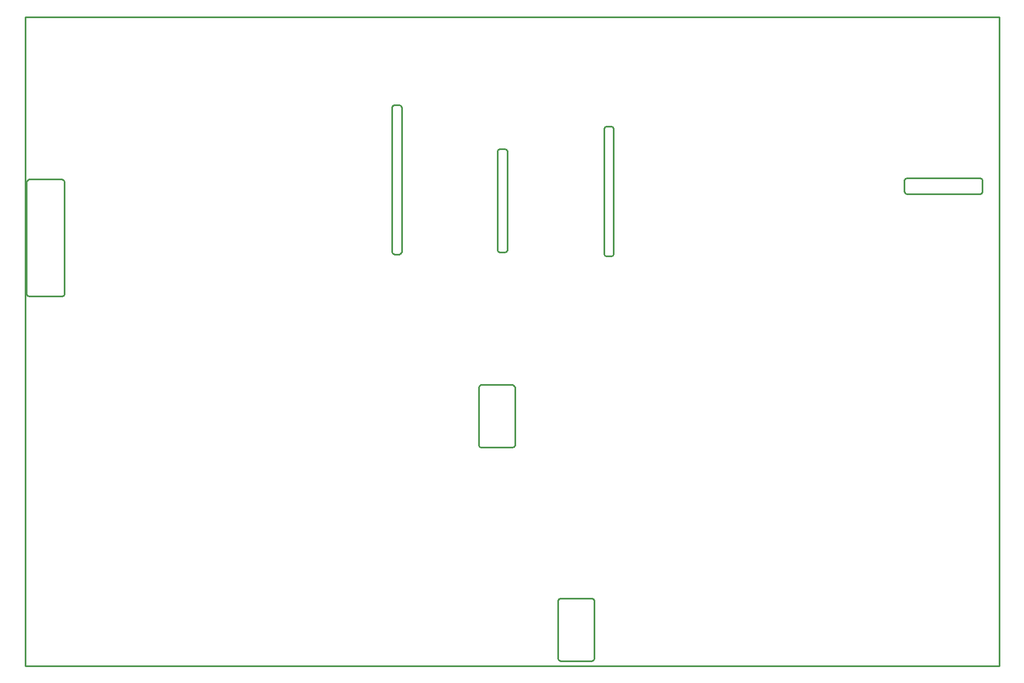
<source format=gko>
G04*
G04 #@! TF.GenerationSoftware,Altium Limited,Altium Designer,22.5.1 (42)*
G04*
G04 Layer_Color=16711935*
%FSLAX44Y44*%
%MOMM*%
G71*
G04*
G04 #@! TF.SameCoordinates,325B58FB-DF44-4075-A057-A786A272C4E4*
G04*
G04*
G04 #@! TF.FilePolarity,Positive*
G04*
G01*
G75*
%ADD12C,0.2540*%
G54D12*
X738378Y637032D02*
X741207Y638203D01*
X742378Y641032D01*
X727378D02*
X728549Y638203D01*
X731378Y637032D01*
X742378Y793032D02*
X741207Y795860D01*
X738378Y797032D01*
X731378D02*
X728549Y795860D01*
X727378Y793032D01*
X824465Y104221D02*
X821636Y103050D01*
X820465Y100221D01*
X876345D02*
X875173Y103050D01*
X872345Y104221D01*
X820465Y11701D02*
X821636Y8873D01*
X824465Y7701D01*
X872345D02*
X875173Y8873D01*
X876345Y11701D01*
X575818Y634362D02*
X578646Y635534D01*
X579818Y638362D01*
X564818D02*
X565990Y635534D01*
X568818Y634362D01*
X579818Y860362D02*
X578646Y863190D01*
X575818Y864362D01*
X568818D02*
X565990Y863190D01*
X564818Y860362D01*
X56198Y569468D02*
X59027Y570639D01*
X60198Y573468D01*
X1987D02*
X3159Y570639D01*
X5987Y569468D01*
X60198Y745726D02*
X59027Y748555D01*
X56198Y749726D01*
X5987D02*
X3159Y748555D01*
X1987Y745726D01*
X575818Y634362D02*
X578646Y635534D01*
X579818Y638362D01*
X564818D02*
X565990Y635534D01*
X568818Y634362D01*
X579818Y860362D02*
X578646Y863190D01*
X575818Y864362D01*
X568818D02*
X565990Y863190D01*
X564818Y860362D01*
X902272Y631278D02*
X905100Y632450D01*
X906272Y635278D01*
X891272D02*
X892444Y632450D01*
X895272Y631278D01*
X906272Y827278D02*
X905100Y830106D01*
X902272Y831278D01*
X895272D02*
X892444Y830106D01*
X891272Y827278D01*
X738378Y637032D02*
X741207Y638203D01*
X742378Y641032D01*
X727378D02*
X728549Y638203D01*
X731378Y637032D01*
X742378Y793032D02*
X741207Y795860D01*
X738378Y797032D01*
X731378D02*
X728549Y795860D01*
X727378Y793032D01*
X902272Y631278D02*
X905100Y632450D01*
X906272Y635278D01*
X891272D02*
X892444Y632450D01*
X895272Y631278D01*
X906272Y827278D02*
X905100Y830106D01*
X902272Y831278D01*
X895272D02*
X892444Y830106D01*
X891272Y827278D01*
X702246Y433134D02*
X699418Y431962D01*
X698246Y429134D01*
X754126D02*
X752954Y431962D01*
X750126Y433134D01*
X698246Y340614D02*
X699418Y337786D01*
X702246Y336614D01*
X750126D02*
X752954Y337786D01*
X754126Y340614D01*
X56198Y569468D02*
X59027Y570639D01*
X60198Y573468D01*
X1987D02*
X3159Y570639D01*
X5987Y569468D01*
X60198Y745726D02*
X59027Y748555D01*
X56198Y749726D01*
X5987D02*
X3159Y748555D01*
X1987Y745726D01*
X1354328Y731030D02*
X1355500Y728202D01*
X1358328Y727030D01*
Y752030D02*
X1355500Y750858D01*
X1354328Y748030D01*
X1470328Y727030D02*
X1473156Y728202D01*
X1474328Y731030D01*
Y748030D02*
X1473156Y750858D01*
X1470328Y752030D01*
X727378Y641032D02*
Y793032D01*
X742378Y641032D02*
Y793032D01*
X731378Y637032D02*
X738378D01*
X731378Y797032D02*
X738378D01*
X876345Y11701D02*
Y100221D01*
X820465Y11701D02*
Y100221D01*
X824465Y104221D02*
X872345D01*
X824465Y7701D02*
X872345D01*
X0Y0D02*
X1500000D01*
X0Y1000000D02*
X1500000D01*
Y0D02*
Y1000000D01*
X0Y0D02*
Y1000000D01*
X564818Y638362D02*
Y860362D01*
X579818Y638362D02*
Y860362D01*
X568818Y634362D02*
X575818D01*
X568818Y864362D02*
X575818D01*
X1987Y573468D02*
Y745726D01*
X60198Y573468D02*
Y745726D01*
X5987Y569468D02*
X56198D01*
X5987Y749726D02*
X56198D01*
X564818Y638362D02*
Y860362D01*
X579818Y638362D02*
Y860362D01*
X568818Y634362D02*
X575818D01*
X568818Y864362D02*
X575818D01*
X891272Y635278D02*
Y827278D01*
X906272Y635278D02*
Y827278D01*
X895272Y631278D02*
X902272D01*
X895272Y831278D02*
X902272D01*
X727378Y641032D02*
Y793032D01*
X742378Y641032D02*
Y793032D01*
X731378Y637032D02*
X738378D01*
X731378Y797032D02*
X738378D01*
X891272Y635278D02*
Y827278D01*
X906272Y635278D02*
Y827278D01*
X895272Y631278D02*
X902272D01*
X895272Y831278D02*
X902272D01*
X754126Y340614D02*
Y429134D01*
X698246Y340614D02*
Y429134D01*
X702246Y433134D02*
X750126D01*
X702246Y336614D02*
X750126D01*
X1987Y573468D02*
Y745726D01*
X60198Y573468D02*
Y745726D01*
X5987Y569468D02*
X56198D01*
X5987Y749726D02*
X56198D01*
X1358328Y752030D02*
X1470328D01*
X1358328Y727030D02*
X1470328D01*
X1354328Y731030D02*
Y748030D01*
X1474328Y731030D02*
Y748030D01*
M02*

</source>
